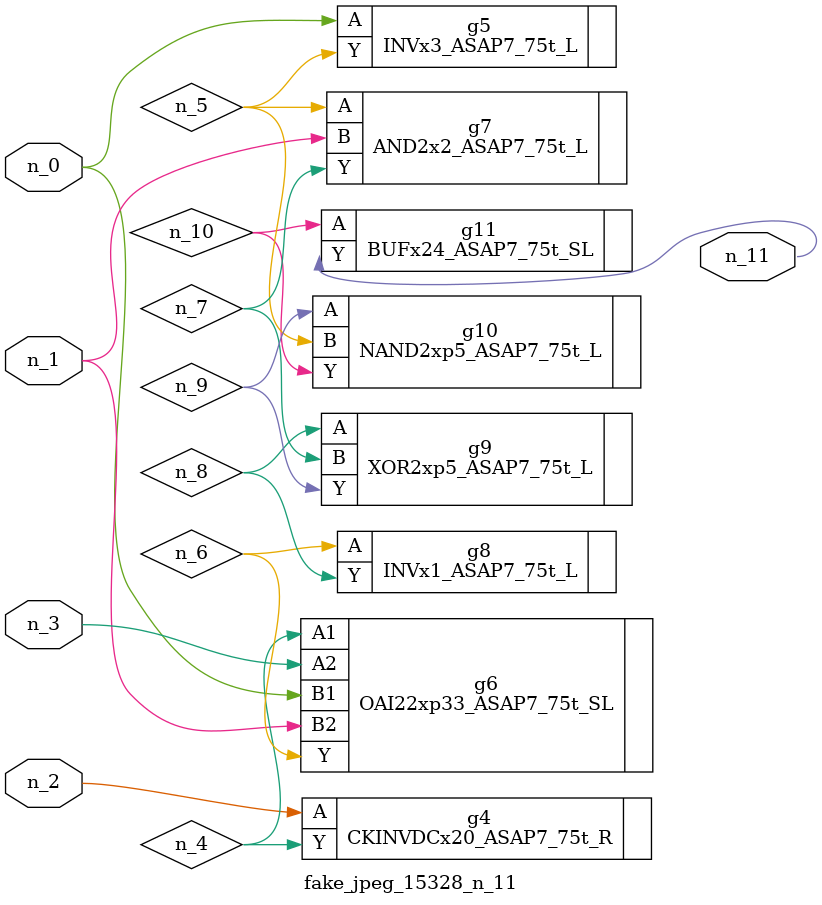
<source format=v>
module fake_jpeg_15328_n_11 (n_0, n_3, n_2, n_1, n_11);

input n_0;
input n_3;
input n_2;
input n_1;

output n_11;

wire n_10;
wire n_4;
wire n_8;
wire n_9;
wire n_6;
wire n_5;
wire n_7;

CKINVDCx20_ASAP7_75t_R g4 ( 
.A(n_2),
.Y(n_4)
);

INVx3_ASAP7_75t_L g5 ( 
.A(n_0),
.Y(n_5)
);

OAI22xp33_ASAP7_75t_SL g6 ( 
.A1(n_4),
.A2(n_3),
.B1(n_0),
.B2(n_1),
.Y(n_6)
);

INVx1_ASAP7_75t_L g8 ( 
.A(n_6),
.Y(n_8)
);

AND2x2_ASAP7_75t_L g7 ( 
.A(n_5),
.B(n_1),
.Y(n_7)
);

XOR2xp5_ASAP7_75t_L g9 ( 
.A(n_8),
.B(n_7),
.Y(n_9)
);

NAND2xp5_ASAP7_75t_L g10 ( 
.A(n_9),
.B(n_5),
.Y(n_10)
);

BUFx24_ASAP7_75t_SL g11 ( 
.A(n_10),
.Y(n_11)
);


endmodule
</source>
